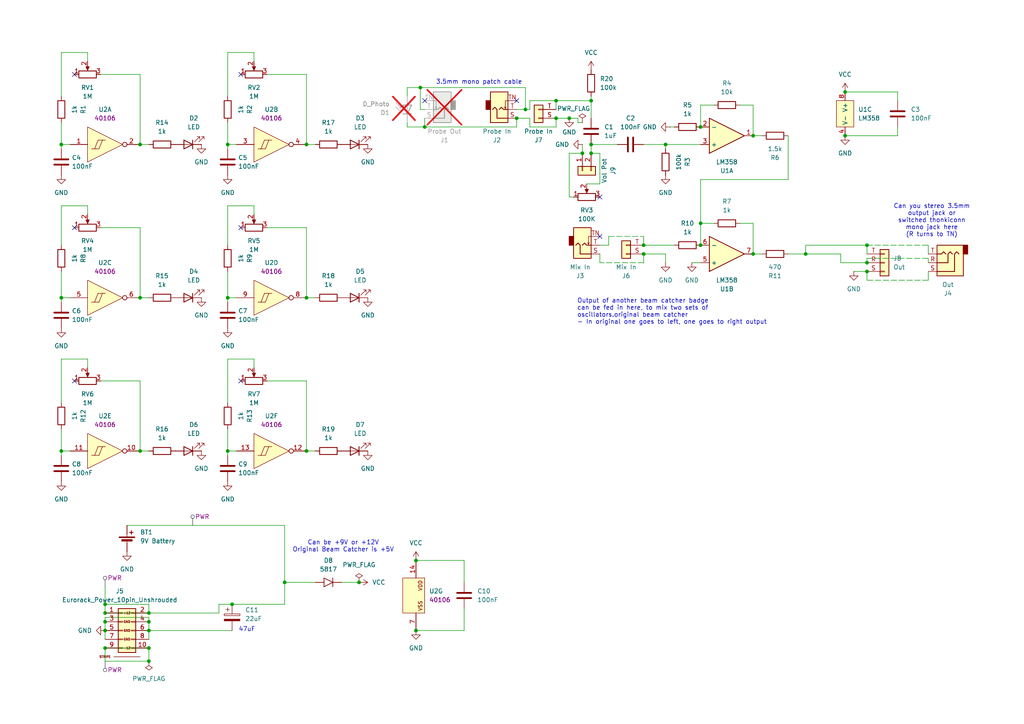
<source format=kicad_sch>
(kicad_sch (version 20250114) (generator "eeschema") (generator_version "9.0")
  (paper "A4")
  (text "Output of another beam catcher badge\ncan be fed in here, to mix two sets of\noscillators.original beam catcher\n- In original one goes to left, one goes to right output" (at 167.386 90.424 0) (effects (font (size 1.27 1.27)) (justify left)))
  (text "47uF" (at 71.628 182.626 0) (effects (font (size 1.27 1.27))))
  (text "Can you stereo 3.5mm\noutput jack or\nswitched thonkiconn\nmono jack here\n(R turns to TN)" (at 270.256 64.008 0) (effects (font (size 1.27 1.27))))
  (text "3.5mm mono patch cable" (at 138.938 23.876 0) (effects (font (size 1.27 1.27))))
  (text "Can be +9V or +12V\nOriginal Beam Catcher is +5V" (at 99.568 158.496 0) (effects (font (size 1.27 1.27))))
  (junction (at 17.78 86.36))
  (junction (at 30.48 182.88))
  (junction (at 120.65 162.56))
  (junction (at 218.44 73.66))
  (junction (at 245.11 39.37))
  (junction (at 245.11 26.67))
  (junction (at 193.04 41.91))
  (junction (at 30.48 177.8))
  (junction (at 203.2 64.77))
  (junction (at 43.18 182.88))
  (junction (at 123.19 36.83))
  (junction (at 66.04 130.81))
  (junction (at 203.2 71.12))
  (junction (at 165.1 34.29))
  (junction (at 149.86 34.29))
  (junction (at 120.65 182.88))
  (junction (at 88.9 86.36))
  (junction (at 17.78 41.91))
  (junction (at 186.69 73.66))
  (junction (at 168.91 44.45))
  (junction (at 171.45 29.21))
  (junction (at 251.46 78.74))
  (junction (at 186.69 71.12))
  (junction (at 88.9 41.91))
  (junction (at 30.48 187.96))
  (junction (at 218.44 39.37))
  (junction (at 67.31 175.26))
  (junction (at 104.14 168.91))
  (junction (at 203.2 36.83))
  (junction (at 161.29 34.29))
  (junction (at 43.18 191.77))
  (junction (at 171.45 41.91))
  (junction (at 161.29 29.21))
  (junction (at 17.78 130.81))
  (junction (at 66.04 86.36))
  (junction (at 40.64 41.91))
  (junction (at 40.64 130.81))
  (junction (at 82.55 168.91))
  (junction (at 251.46 71.12))
  (junction (at 43.18 177.8))
  (junction (at 43.18 187.96))
  (junction (at 121.92 25.4))
  (junction (at 40.64 86.36))
  (junction (at 43.18 180.34))
  (junction (at 88.9 130.81))
  (junction (at 30.48 180.34))
  (junction (at 233.68 73.66))
  (junction (at 171.45 44.45))
  (junction (at 251.46 76.2))
  (junction (at 66.04 41.91))
  (junction (at 30.48 175.26))
  (junction (at 152.4 31.75))
  (no_connect (at 21.59 21.59))
  (no_connect (at 21.59 110.49))
  (no_connect (at 69.85 110.49))
  (no_connect (at 123.19 29.21))
  (no_connect (at 21.59 66.04))
  (no_connect (at 173.99 57.15))
  (no_connect (at 69.85 21.59))
  (no_connect (at 149.86 29.21))
  (no_connect (at 69.85 66.04))
  (no_connect (at 173.99 68.58))
  (wire (pts (xy 66.04 104.14) (xy 66.04 116.84)))
  (wire (pts (xy 17.78 104.14) (xy 17.78 116.84)))
  (wire (pts (xy 152.4 25.4) (xy 152.4 31.75)))
  (wire (pts (xy 152.4 31.75) (xy 153.67 31.75)))
  (wire (pts (xy 149.86 31.75) (xy 152.4 31.75)))
  (wire (pts (xy 82.55 168.91) (xy 82.55 175.26)))
  (wire (pts (xy 251.46 74.93) (xy 269.24 74.93)) (stroke (width 0) (type dash)))
  (wire (pts (xy 121.92 25.4) (xy 152.4 25.4)))
  (wire (pts (xy 186.69 68.58) (xy 186.69 71.12)))
  (wire (pts (xy 73.66 15.24) (xy 66.04 15.24)))
  (wire (pts (xy 251.46 71.12) (xy 269.24 71.12)) (stroke (width 0) (type dash)))
  (wire (pts (xy 251.46 71.12) (xy 233.68 71.12)))
  (wire (pts (xy 228.6 52.07) (xy 203.2 52.07)))
  (wire (pts (xy 186.69 41.91) (xy 193.04 41.91)))
  (wire (pts (xy 43.18 179.07) (xy 43.18 180.34)))
  (wire (pts (xy 17.78 86.36) (xy 17.78 87.63)))
  (wire (pts (xy 29.21 110.49) (xy 40.64 110.49)))
  (wire (pts (xy 123.19 36.83) (xy 123.19 34.29)))
  (wire (pts (xy 30.48 180.34) (xy 30.48 182.88)))
  (wire (pts (xy 171.45 29.21) (xy 171.45 34.29)))
  (wire (pts (xy 66.04 130.81) (xy 68.58 130.81)))
  (wire (pts (xy 176.53 68.58) (xy 186.69 68.58)) (stroke (width 0) (type dash)))
  (wire (pts (xy 171.45 44.45) (xy 173.99 44.45)))
  (wire (pts (xy 247.65 78.74) (xy 251.46 78.74)))
  (wire (pts (xy 186.69 76.2) (xy 173.99 76.2)) (stroke (width 0) (type dash)))
  (wire (pts (xy 203.2 30.48) (xy 207.01 30.48)))
  (wire (pts (xy 214.63 30.48) (xy 218.44 30.48)))
  (wire (pts (xy 99.06 168.91) (xy 104.14 168.91)))
  (wire (pts (xy 118.11 25.4) (xy 118.11 27.94)))
  (wire (pts (xy 67.31 175.26) (xy 63.5 175.26)))
  (wire (pts (xy 220.98 73.66) (xy 218.44 73.66)))
  (wire (pts (xy 73.66 104.14) (xy 66.04 104.14)))
  (wire (pts (xy 193.04 73.66) (xy 186.69 73.66)))
  (wire (pts (xy 121.92 25.4) (xy 118.11 25.4)))
  (wire (pts (xy 17.78 15.24) (xy 17.78 27.94)))
  (wire (pts (xy 17.78 130.81) (xy 20.32 130.81)))
  (wire (pts (xy 88.9 110.49) (xy 88.9 130.81)))
  (wire (pts (xy 88.9 66.04) (xy 88.9 86.36)))
  (wire (pts (xy 153.67 36.83) (xy 161.29 36.83)))
  (wire (pts (xy 243.84 76.2) (xy 251.46 76.2)))
  (wire (pts (xy 251.46 76.2) (xy 251.46 74.93)))
  (wire (pts (xy 200.66 76.2) (xy 203.2 76.2)))
  (wire (pts (xy 25.4 15.24) (xy 17.78 15.24)))
  (wire (pts (xy 203.2 71.12) (xy 203.2 64.77)))
  (wire (pts (xy 43.18 191.77) (xy 30.48 191.77)))
  (wire (pts (xy 269.24 74.93) (xy 269.24 76.2)))
  (wire (pts (xy 118.11 36.83) (xy 123.19 36.83)))
  (wire (pts (xy 218.44 30.48) (xy 218.44 39.37)))
  (wire (pts (xy 153.67 29.21) (xy 161.29 29.21)))
  (wire (pts (xy 269.24 78.74) (xy 269.24 81.28)))
  (wire (pts (xy 66.04 59.69) (xy 66.04 71.12)))
  (wire (pts (xy 251.46 81.28) (xy 251.46 78.74)))
  (wire (pts (xy 149.86 34.29) (xy 149.86 36.83)))
  (wire (pts (xy 36.83 152.4) (xy 82.55 152.4)))
  (wire (pts (xy 168.91 35.56) (xy 167.64 35.56)))
  (wire (pts (xy 25.4 17.78) (xy 25.4 15.24)))
  (wire (pts (xy 66.04 86.36) (xy 66.04 87.63)))
  (wire (pts (xy 66.04 124.46) (xy 66.04 130.81)))
  (wire (pts (xy 121.92 31.75) (xy 121.92 25.4)))
  (wire (pts (xy 73.66 59.69) (xy 66.04 59.69)))
  (wire (pts (xy 203.2 64.77) (xy 207.01 64.77)))
  (wire (pts (xy 220.98 39.37) (xy 218.44 39.37)))
  (wire (pts (xy 43.18 182.88) (xy 43.18 185.42)))
  (wire (pts (xy 245.11 26.67) (xy 260.35 26.67)))
  (wire (pts (xy 66.04 86.36) (xy 68.58 86.36)))
  (wire (pts (xy 171.45 41.91) (xy 179.07 41.91)))
  (wire (pts (xy 30.48 170.18) (xy 30.48 175.26)))
  (wire (pts (xy 73.66 106.68) (xy 73.66 104.14)))
  (wire (pts (xy 77.47 110.49) (xy 88.9 110.49)))
  (wire (pts (xy 77.47 66.04) (xy 88.9 66.04)))
  (wire (pts (xy 167.64 34.29) (xy 165.1 34.29)))
  (wire (pts (xy 30.48 182.88) (xy 30.48 185.42)))
  (wire (pts (xy 118.11 35.56) (xy 118.11 36.83)))
  (wire (pts (xy 73.66 17.78) (xy 73.66 15.24)))
  (wire (pts (xy 134.62 182.88) (xy 134.62 176.53)))
  (wire (pts (xy 43.18 180.34) (xy 43.18 182.88)))
  (wire (pts (xy 165.1 57.15) (xy 165.1 44.45)))
  (wire (pts (xy 25.4 104.14) (xy 17.78 104.14)))
  (wire (pts (xy 193.04 43.18) (xy 193.04 41.91)))
  (wire (pts (xy 165.1 44.45) (xy 168.91 44.45)))
  (wire (pts (xy 149.86 34.29) (xy 153.67 34.29)))
  (wire (pts (xy 168.91 44.45) (xy 168.91 41.91)))
  (wire (pts (xy 30.48 177.8) (xy 43.18 177.8)))
  (wire (pts (xy 40.64 86.36) (xy 43.18 86.36)))
  (wire (pts (xy 260.35 26.67) (xy 260.35 29.21)))
  (wire (pts (xy 88.9 21.59) (xy 88.9 41.91)))
  (wire (pts (xy 17.78 78.74) (xy 17.78 86.36)))
  (wire (pts (xy 161.29 34.29) (xy 165.1 34.29)))
  (wire (pts (xy 17.78 41.91) (xy 17.78 43.18)))
  (wire (pts (xy 186.69 73.66) (xy 186.69 76.2)))
  (wire (pts (xy 153.67 34.29) (xy 153.67 36.83)))
  (wire (pts (xy 194.31 36.83) (xy 195.58 36.83)))
  (wire (pts (xy 161.29 29.21) (xy 161.29 31.75)))
  (wire (pts (xy 17.78 124.46) (xy 17.78 130.81)))
  (wire (pts (xy 29.21 21.59) (xy 40.64 21.59)))
  (wire (pts (xy 40.64 110.49) (xy 40.64 130.81)))
  (wire (pts (xy 153.67 31.75) (xy 153.67 29.21)))
  (wire (pts (xy 77.47 21.59) (xy 88.9 21.59)))
  (wire (pts (xy 17.78 59.69) (xy 17.78 71.12)))
  (wire (pts (xy 149.86 36.83) (xy 123.19 36.83)))
  (wire (pts (xy 173.99 53.34) (xy 170.18 53.34)))
  (wire (pts (xy 243.84 73.66) (xy 243.84 76.2)))
  (wire (pts (xy 43.18 182.88) (xy 67.31 182.88)))
  (wire (pts (xy 171.45 44.45) (xy 171.45 41.91)))
  (wire (pts (xy 88.9 86.36) (xy 91.44 86.36)))
  (wire (pts (xy 30.48 175.26) (xy 43.18 175.26)))
  (wire (pts (xy 193.04 76.2) (xy 193.04 73.66)))
  (wire (pts (xy 66.04 41.91) (xy 66.04 43.18)))
  (wire (pts (xy 40.64 130.81) (xy 43.18 130.81)))
  (wire (pts (xy 88.9 130.81) (xy 91.44 130.81)))
  (wire (pts (xy 161.29 29.21) (xy 171.45 29.21)))
  (wire (pts (xy 30.48 180.34) (xy 30.48 179.07)))
  (wire (pts (xy 40.64 41.91) (xy 43.18 41.91)))
  (wire (pts (xy 260.35 39.37) (xy 245.11 39.37)))
  (wire (pts (xy 233.68 71.12) (xy 233.68 73.66)))
  (wire (pts (xy 17.78 41.91) (xy 20.32 41.91)))
  (wire (pts (xy 66.04 41.91) (xy 68.58 41.91)))
  (wire (pts (xy 30.48 179.07) (xy 43.18 179.07)))
  (wire (pts (xy 25.4 59.69) (xy 17.78 59.69)))
  (wire (pts (xy 203.2 36.83) (xy 203.2 30.48)))
  (wire (pts (xy 25.4 106.68) (xy 25.4 104.14)))
  (wire (pts (xy 43.18 177.8) (xy 63.5 177.8)))
  (wire (pts (xy 269.24 71.12) (xy 269.24 73.66)))
  (wire (pts (xy 91.44 168.91) (xy 82.55 168.91)))
  (wire (pts (xy 218.44 64.77) (xy 218.44 73.66)))
  (wire (pts (xy 173.99 44.45) (xy 173.99 53.34)))
  (wire (pts (xy 173.99 71.12) (xy 176.53 71.12)))
  (wire (pts (xy 233.68 73.66) (xy 243.84 73.66)))
  (wire (pts (xy 66.04 130.81) (xy 66.04 132.08)))
  (wire (pts (xy 269.24 81.28) (xy 251.46 81.28)) (stroke (width 0) (type dash)))
  (wire (pts (xy 73.66 62.23) (xy 73.66 59.69)))
  (wire (pts (xy 203.2 52.07) (xy 203.2 64.77)))
  (wire (pts (xy 67.31 175.26) (xy 82.55 175.26)))
  (wire (pts (xy 228.6 39.37) (xy 228.6 52.07)))
  (wire (pts (xy 193.04 41.91) (xy 203.2 41.91)))
  (wire (pts (xy 30.48 187.96) (xy 43.18 187.96)))
  (wire (pts (xy 120.65 182.88) (xy 134.62 182.88)))
  (wire (pts (xy 25.4 62.23) (xy 25.4 59.69)))
  (wire (pts (xy 260.35 36.83) (xy 260.35 39.37)))
  (wire (pts (xy 176.53 71.12) (xy 176.53 68.58)))
  (wire (pts (xy 251.46 73.66) (xy 251.46 71.12)))
  (wire (pts (xy 161.29 34.29) (xy 161.29 36.83)))
  (wire (pts (xy 166.37 57.15) (xy 165.1 57.15)))
  (wire (pts (xy 214.63 64.77) (xy 218.44 64.77)))
  (wire (pts (xy 66.04 78.74) (xy 66.04 86.36)))
  (wire (pts (xy 66.04 15.24) (xy 66.04 27.94)))
  (wire (pts (xy 123.19 31.75) (xy 121.92 31.75)))
  (wire (pts (xy 66.04 35.56) (xy 66.04 41.91)))
  (wire (pts (xy 134.62 162.56) (xy 134.62 168.91)))
  (wire (pts (xy 17.78 86.36) (xy 20.32 86.36)))
  (wire (pts (xy 17.78 130.81) (xy 17.78 132.08)))
  (wire (pts (xy 43.18 187.96) (xy 43.18 191.77)))
  (wire (pts (xy 40.64 21.59) (xy 40.64 41.91)))
  (wire (pts (xy 167.64 35.56) (xy 167.64 34.29)))
  (wire (pts (xy 30.48 187.96) (xy 30.48 191.77)))
  (wire (pts (xy 29.21 66.04) (xy 40.64 66.04)))
  (wire (pts (xy 120.65 162.56) (xy 134.62 162.56)))
  (wire (pts (xy 82.55 152.4) (xy 82.55 168.91)))
  (wire (pts (xy 30.48 177.8) (xy 30.48 175.26)))
  (wire (pts (xy 228.6 73.66) (xy 233.68 73.66)))
  (wire (pts (xy 171.45 27.94) (xy 171.45 29.21)))
  (wire (pts (xy 186.69 71.12) (xy 195.58 71.12)))
  (wire (pts (xy 63.5 175.26) (xy 63.5 177.8)))
  (wire (pts (xy 88.9 41.91) (xy 91.44 41.91)))
  (wire (pts (xy 17.78 35.56) (xy 17.78 41.91)))
  (wire (pts (xy 173.99 76.2) (xy 173.99 73.66)))
  (wire (pts (xy 40.64 66.04) (xy 40.64 86.36)))
  (wire (pts (xy 43.18 175.26) (xy 43.18 177.8)))
  (netclass_flag "" (length 2.54) (shape round) (at 30.48 191.77 180) (property "Netclass" "PWR" (at 31.1785 194.31 0) (effects (justify left))))
  (netclass_flag "" (length 2.54) (shape round) (at 30.48 170.18 0) (property "Netclass" "PWR" (at 31.1785 167.64 0) (effects (justify left))))
  (netclass_flag "" (length 2.54) (shape round) (at 55.88 152.4 0) (property "Netclass" "PWR" (at 56.5785 149.86 0) (effects (justify left))))
  (symbol (lib_id "Device:R") (at 199.39 71.12 270) (mirror x) (unit 1)
    (property "Reference" "R10" (at 199.39 64.77 90))
    (property "Value" "1k" (at 199.39 67.31 90))
    (property "Footprint" "Resistor_THT:R_Axial_DIN0207_L6.3mm_D2.5mm_P2.54mm_Vertical" (effects (hide yes)))
    (property "Description" "Resistor" (effects (hide yes)))
  )
  (symbol (lib_id "power:GND") (at 17.78 139.7 0) (unit 1)
    (property "Reference" "#PWR021" (effects (hide yes)))
    (property "Value" "GND" (at 17.78 144.78 0))
    (property "Description" "Power symbol creates a global label with name \"GND\" , ground" (effects (hide yes)))
  )
  (symbol (lib_id "Device:C") (at 134.62 172.72 0) (unit 1)
    (property "Reference" "C10" (at 138.43 171.4499 0) (effects (justify left)))
    (property "Value" "100nF" (at 138.43 173.9899 0) (effects (justify left)))
    (property "Footprint" "Library:C_Axial_L3.8mm_D2.6mm_P7.50mm_Horizontal_Disc3DModel" (effects (hide yes)))
    (property "Description" "Unpolarized capacitor" (effects (hide yes)))
    (property "Silkscreen Value" "104" (effects (hide yes)))
  )
  (symbol (lib_id "Device:R_Potentiometer") (at 25.4 66.04 90) (unit 1)
    (property "Reference" "RV4" (at 25.4 69.85 90))
    (property "Value" "1M" (at 25.4 72.39 90))
    (property "Footprint" "Library:Potentiometer_Runtron_RM-065_Vertical_With3DModel" (effects (hide yes)))
    (property "Description" "Potentiometer" (effects (hide yes)))
  )
  (symbol (lib_id "power:+12V") (at 104.14 168.91 270) (unit 1)
    (property "Reference" "#PWR026" (effects (hide yes)))
    (property "Value" "VCC" (at 107.95 168.9099 90) (effects (justify left)))
    (property "Description" "Power symbol creates a global label with name \"+12V\"" (effects (hide yes)))
  )
  (symbol (lib_id "Device:C") (at 17.78 46.99 0) (unit 1)
    (property "Reference" "C4" (at 20.828 45.72 0) (effects (justify left)))
    (property "Value" "100nF" (at 20.828 48.26 0) (effects (justify left)))
    (property "Footprint" "Library:C_Axial_L3.8mm_D2.6mm_P7.50mm_Horizontal_Disc3DModel" (effects (hide yes)))
    (property "Description" "Unpolarized capacitor" (effects (hide yes)))
    (property "Silkscreen Value" "104" (effects (hide yes)))
  )
  (symbol (lib_id "PCM_4ms_IC:CD40106BPWR") (at 30.48 41.91 0) (unit 1)
    (property "Reference" "U2" (at 30.48 31.75 0))
    (property "Value" "CD40106BPWR" (effects (hide yes)))
    (property "Footprint" "Package_DIP:DIP-14_W7.62mm" (effects (hide yes)))
    (property "Datasheet" "https://www.ti.com/lit/ds/symlink/cd40106b.pdf?HQS=dis-mous-null-mousermode-dsf-pf-null-wwe&ts=1624570529286&ref_url=https%253A%252F%252Fwww.mouser.com%252F" (effects (hide yes)))
    (property "Specifications" "CMOS, Hex Inverting Schmitt Trigger, TSSOP-14" (effects (hide yes)))
    (property "Manufacturer" "Texas Instruments" (effects (hide yes)))
    (property "Part Number" "CD40106BPWR" (effects (hide yes)))
    (property "Manufacturer 2" "Texas Instruments" (effects (hide yes)))
    (property "Part Number 2" "CD40106BPWR" (effects (hide yes)))
    (property "Display" "40106" (at 30.48 34.29 0))
    (property "JLCPCB ID" "C58834" (effects (hide yes)))
  )
  (symbol (lib_id "power:VCC") (at 171.45 20.32 0) (unit 1)
    (property "Reference" "#PWR01" (effects (hide yes)))
    (property "Value" "VCC" (at 171.45 15.24 0))
    (property "Description" "Power symbol creates a global label with name \"VCC\"" (effects (hide yes)))
  )
  (symbol (lib_id "PCM_4ms_IC:CD40106BPWR") (at 78.74 130.81 0) (unit 6)
    (property "Reference" "U2" (at 78.74 120.65 0))
    (property "Value" "CD40106BPWR" (effects (hide yes)))
    (property "Footprint" "Package_DIP:DIP-14_W7.62mm" (effects (hide yes)))
    (property "Datasheet" "https://www.ti.com/lit/ds/symlink/cd40106b.pdf?HQS=dis-mous-null-mousermode-dsf-pf-null-wwe&ts=1624570529286&ref_url=https%253A%252F%252Fwww.mouser.com%252F" (effects (hide yes)))
    (property "Specifications" "CMOS, Hex Inverting Schmitt Trigger, TSSOP-14" (effects (hide yes)))
    (property "Manufacturer" "Texas Instruments" (effects (hide yes)))
    (property "Part Number" "CD40106BPWR" (effects (hide yes)))
    (property "Manufacturer 2" "Texas Instruments" (effects (hide yes)))
    (property "Part Number 2" "CD40106BPWR" (effects (hide yes)))
    (property "Display" "40106" (at 78.74 123.19 0))
    (property "JLCPCB ID" "C58834" (effects (hide yes)))
  )
  (symbol (lib_id "Device:R_Potentiometer") (at 25.4 110.49 90) (unit 1)
    (property "Reference" "RV6" (at 25.4 114.3 90))
    (property "Value" "1M" (at 25.4 116.84 90))
    (property "Footprint" "Library:Potentiometer_Runtron_RM-065_Vertical_With3DModel" (effects (hide yes)))
    (property "Description" "Potentiometer" (effects (hide yes)))
  )
  (symbol (lib_id "Device:R_Potentiometer") (at 73.66 66.04 90) (unit 1)
    (property "Reference" "RV5" (at 73.66 69.85 90))
    (property "Value" "1M" (at 73.66 72.39 90))
    (property "Footprint" "Library:Potentiometer_Runtron_RM-065_Vertical_With3DModel" (effects (hide yes)))
    (property "Description" "Potentiometer" (effects (hide yes)))
  )
  (symbol (lib_id "power:GND") (at 58.42 41.91 0) (unit 1)
    (property "Reference" "#PWR05" (effects (hide yes)))
    (property "Value" "GND" (at 58.42 46.99 0))
    (property "Description" "Power symbol creates a global label with name \"GND\" , ground" (effects (hide yes)))
  )
  (symbol (lib_id "Device:LED") (at 102.87 86.36 180) (unit 1)
    (property "Reference" "D5" (at 104.4575 78.74 0))
    (property "Value" "LED" (at 104.4575 81.28 0))
    (property "Footprint" "Library:LED_D5.0mm_Lowered" (effects (hide yes)))
    (property "Description" "Light emitting diode" (effects (hide yes)))
    (property "Sim.Pins" "1=K 2=A" (effects (hide yes)))
  )
  (symbol (lib_id "power:PWR_FLAG") (at 43.18 191.77 180) (unit 1)
    (property "Reference" "#FLG03" (effects (hide yes)))
    (property "Value" "PWR_FLAG" (at 43.18 196.85 0))
    (property "Description" "Special symbol for telling ERC where power comes from" (effects (hide yes)))
  )
  (symbol (lib_id "PCM_4ms_IC:CD40106BPWR") (at 30.48 130.81 0) (unit 5)
    (property "Reference" "U2" (at 30.48 120.65 0))
    (property "Value" "CD40106BPWR" (effects (hide yes)))
    (property "Footprint" "Package_DIP:DIP-14_W7.62mm" (effects (hide yes)))
    (property "Datasheet" "https://www.ti.com/lit/ds/symlink/cd40106b.pdf?HQS=dis-mous-null-mousermode-dsf-pf-null-wwe&ts=1624570529286&ref_url=https%253A%252F%252Fwww.mouser.com%252F" (effects (hide yes)))
    (property "Specifications" "CMOS, Hex Inverting Schmitt Trigger, TSSOP-14" (effects (hide yes)))
    (property "Manufacturer" "Texas Instruments" (effects (hide yes)))
    (property "Part Number" "CD40106BPWR" (effects (hide yes)))
    (property "Manufacturer 2" "Texas Instruments" (effects (hide yes)))
    (property "Part Number 2" "CD40106BPWR" (effects (hide yes)))
    (property "Display" "40106" (at 30.48 123.19 0))
    (property "JLCPCB ID" "C58834" (effects (hide yes)))
  )
  (symbol (lib_id "PCM_4ms_IC:LM358") (at 245.11 33.02 0) (unit 3)
    (property "Reference" "U1" (at 248.92 31.7499 0) (effects (justify left)))
    (property "Value" "LM358" (at 248.92 34.2899 0) (effects (justify left)))
    (property "Footprint" "Package_DIP:DIP-8_W7.62mm" (effects (hide yes)))
    (property "Description" "LM358 Dual Opamp TSSOP-8" (effects (hide yes)))
    (property "Specifications" "LM358 Dual Opamp" (effects (hide yes)))
    (property "JLCPCB ID" "C7951" (effects (hide yes)))
  )
  (symbol (lib_id "Device:R") (at 17.78 74.93 0) (mirror x) (unit 1)
    (property "Reference" "R8" (at 24.13 74.93 90))
    (property "Value" "1k" (at 21.59 74.93 90))
    (property "Footprint" "Resistor_THT:R_Axial_DIN0207_L6.3mm_D2.5mm_P2.54mm_Vertical" (effects (hide yes)))
    (property "Description" "Resistor" (effects (hide yes)))
  )
  (symbol (lib_id "Device:LED") (at 102.87 130.81 180) (unit 1)
    (property "Reference" "D7" (at 104.4575 123.19 0))
    (property "Value" "LED" (at 104.4575 125.73 0))
    (property "Footprint" "Library:LED_D5.0mm_Lowered" (effects (hide yes)))
    (property "Description" "Light emitting diode" (effects (hide yes)))
    (property "Sim.Pins" "1=K 2=A" (effects (hide yes)))
  )
  (symbol (lib_name "Conn_01x02_1") (lib_id "PCM_4ms_Connector:Conn_01x02") (at 168.91 49.53 90) (mirror x) (unit 1)
    (property "Reference" "J9" (at 177.8 49.53 0))
    (property "Value" "Vol Pot" (at 175.26 49.53 0))
    (property "Footprint" "Connector_PinHeader_2.54mm:PinHeader_1x02_P2.54mm_Vertical" (effects (hide yes)))
    (property "Description" "HEADER 1x2 MALE PINS 0.100” 180deg" (effects (hide yes)))
    (property "Specifications" "Pins_01x02, Header, Male Pins, 1*2, spacing 2.54mm, straight pin" (effects (hide yes)))
    (property "Manufacturer" "TAD" (effects (hide yes)))
    (property "Part Number" "1-0201FBV0T" (effects (hide yes)))
  )
  (symbol (lib_id "Device:R") (at 46.99 41.91 90) (unit 1)
    (property "Reference" "R14" (at 46.99 35.56 90))
    (property "Value" "1k" (at 46.99 38.1 90))
    (property "Footprint" "Resistor_THT:R_Axial_DIN0207_L6.3mm_D2.5mm_P2.54mm_Vertical" (effects (hide yes)))
    (property "Description" "Resistor" (effects (hide yes)))
  )
  (symbol (lib_id "PCM_4ms_IC:LM358") (at 210.82 39.37 0) (mirror x) (unit 1)
    (property "Reference" "U1" (at 210.82 49.53 0))
    (property "Value" "LM358" (at 210.82 46.99 0))
    (property "Footprint" "Package_DIP:DIP-8_W7.62mm" (effects (hide yes)))
    (property "Description" "LM358 Dual Opamp TSSOP-8" (effects (hide yes)))
    (property "Specifications" "LM358 Dual Opamp" (effects (hide yes)))
    (property "JLCPCB ID" "C7951" (effects (hide yes)))
  )
  (symbol (lib_id "Connector_Audio:AudioJack2_SwitchT") (at 168.91 71.12 0) (mirror x) (unit 1)
    (property "Reference" "J3" (at 168.275 80.01 0))
    (property "Value" "Mix In" (at 168.275 77.47 0))
    (property "Footprint" "Library:EighthInch_PJ398SM_Silkscreen_Courtyard_Only" (effects (hide yes)))
    (property "Description" "Audio Jack, 2 Poles (Mono / TS), Switched T Pole (Normalling)" (effects (hide yes)))
  )
  (symbol (lib_id "power:GND") (at 66.04 50.8 0) (unit 1)
    (property "Reference" "#PWR09" (effects (hide yes)))
    (property "Value" "GND" (at 66.04 55.88 0))
    (property "Description" "Power symbol creates a global label with name \"GND\" , ground" (effects (hide yes)))
  )
  (symbol (lib_id "Device:C") (at 260.35 33.02 0) (unit 1)
    (property "Reference" "C3" (at 264.16 31.7499 0) (effects (justify left)))
    (property "Value" "100nF" (at 264.16 34.2899 0) (effects (justify left)))
    (property "Footprint" "Library:C_Axial_L3.8mm_D2.6mm_P7.50mm_Horizontal_Disc3DModel" (effects (hide yes)))
    (property "Description" "Unpolarized capacitor" (effects (hide yes)))
    (property "Silkscreen Value" "104" (effects (hide yes)))
  )
  (symbol (lib_id "Device:R") (at 171.45 24.13 180) (unit 1)
    (property "Reference" "R20" (at 173.99 22.8599 0) (effects (justify right)))
    (property "Value" "100k" (at 173.99 25.3999 0) (effects (justify right)))
    (property "Footprint" "Resistor_THT:R_Axial_DIN0207_L6.3mm_D2.5mm_P2.54mm_Vertical" (effects (hide yes)))
    (property "Description" "Resistor" (effects (hide yes)))
  )
  (symbol (lib_id "PCM_4ms_Connector:Conn_01x02") (at 181.61 71.12 0) (mirror y) (unit 1)
    (property "Reference" "J6" (at 181.61 80.01 0))
    (property "Value" "Mix In" (at 181.61 77.47 0))
    (property "Footprint" "Connector_PinHeader_2.54mm:PinHeader_1x02_P2.54mm_Vertical" (effects (hide yes)))
    (property "Description" "HEADER 1x2 MALE PINS 0.100” 180deg" (effects (hide yes)))
    (property "Specifications" "Pins_01x02, Header, Male Pins, 1*2, spacing 2.54mm, straight pin" (effects (hide yes)))
    (property "Manufacturer" "TAD" (effects (hide yes)))
    (property "Part Number" "1-0201FBV0T" (effects (hide yes)))
  )
  (symbol (lib_id "Device:R_Potentiometer") (at 73.66 110.49 90) (unit 1)
    (property "Reference" "RV7" (at 73.66 114.3 90))
    (property "Value" "1M" (at 73.66 116.84 90))
    (property "Footprint" "Library:Potentiometer_Runtron_RM-065_Vertical_With3DModel" (effects (hide yes)))
    (property "Description" "Potentiometer" (effects (hide yes)))
  )
  (symbol (lib_id "Device:R") (at 66.04 31.75 0) (mirror x) (unit 1)
    (property "Reference" "R2" (at 72.39 31.75 90))
    (property "Value" "1k" (at 69.85 31.75 90))
    (property "Footprint" "Resistor_THT:R_Axial_DIN0207_L6.3mm_D2.5mm_P2.54mm_Vertical" (effects (hide yes)))
    (property "Description" "Resistor" (effects (hide yes)))
  )
  (symbol (lib_id "Device:R") (at 17.78 120.65 0) (mirror x) (unit 1)
    (property "Reference" "R12" (at 24.13 120.65 90))
    (property "Value" "1k" (at 21.59 120.65 90))
    (property "Footprint" "Resistor_THT:R_Axial_DIN0207_L6.3mm_D2.5mm_P2.54mm_Vertical" (effects (hide yes)))
    (property "Description" "Resistor" (effects (hide yes)))
  )
  (symbol (lib_id "Device:R") (at 199.39 36.83 270) (mirror x) (unit 1)
    (property "Reference" "R5" (at 199.39 30.48 90))
    (property "Value" "1k" (at 199.39 33.02 90))
    (property "Footprint" "Resistor_THT:R_Axial_DIN0207_L6.3mm_D2.5mm_P2.54mm_Vertical" (effects (hide yes)))
    (property "Description" "Resistor" (effects (hide yes)))
  )
  (symbol (lib_id "PCM_4ms_Connector:Conn_01x03") (at 256.54 76.2 0) (unit 1)
    (property "Reference" "J8" (at 259.08 74.9299 0) (effects (justify left)))
    (property "Value" "Out" (at 259.08 77.4699 0) (effects (justify left)))
    (property "Footprint" "Connector_PinHeader_2.54mm:PinHeader_1x03_P2.54mm_Vertical" (effects (hide yes)))
    (property "Description" "HEADER 1x3 MALE PINS 0.100” 180deg" (effects (hide yes)))
    (property "Specifications" "HEADER 1x3 MALE PINS 0.100” 180deg" (effects (hide yes)))
    (property "Manufacturer" "TAD" (effects (hide yes)))
    (property "Part Number" "1-0301FBV0T" (effects (hide yes)))
  )
  (symbol (lib_id "power:+12V") (at 120.65 162.56 0) (unit 1)
    (property "Reference" "#PWR020" (effects (hide yes)))
    (property "Value" "VCC" (at 120.65 157.48 0))
    (property "Description" "Power symbol creates a global label with name \"+12V\"" (effects (hide yes)))
  )
  (symbol (lib_id "Device:R_Potentiometer") (at 73.66 21.59 90) (unit 1)
    (property "Reference" "RV2" (at 73.66 25.4 90))
    (property "Value" "1M" (at 73.66 27.94 90))
    (property "Footprint" "Library:Potentiometer_Runtron_RM-065_Vertical_With3DModel" (effects (hide yes)))
    (property "Description" "Potentiometer" (effects (hide yes)))
  )
  (symbol (lib_id "PCM_4ms_IC:LM358") (at 210.82 73.66 0) (mirror x) (unit 2)
    (property "Reference" "U1" (at 210.82 83.82 0))
    (property "Value" "LM358" (at 210.82 81.28 0))
    (property "Footprint" "Package_DIP:DIP-8_W7.62mm" (effects (hide yes)))
    (property "Description" "LM358 Dual Opamp TSSOP-8" (effects (hide yes)))
    (property "Specifications" "LM358 Dual Opamp" (effects (hide yes)))
    (property "JLCPCB ID" "C7951" (effects (hide yes)))
  )
  (symbol (lib_id "power:GND") (at 194.31 36.83 270) (unit 1)
    (property "Reference" "#PWR03" (effects (hide yes)))
    (property "Value" "GND" (at 190.5 36.8299 90) (effects (justify right)))
    (property "Description" "Power symbol creates a global label with name \"GND\" , ground" (effects (hide yes)))
  )
  (symbol (lib_id "Device:C") (at 182.88 41.91 90) (unit 1)
    (property "Reference" "C2" (at 182.88 34.29 90))
    (property "Value" "100nF" (at 182.88 36.83 90))
    (property "Footprint" "Library:C_Axial_L3.8mm_D2.6mm_P7.50mm_Horizontal_Disc3DModel" (effects (hide yes)))
    (property "Description" "Unpolarized capacitor" (effects (hide yes)))
    (property "Silkscreen Value" "104" (effects (hide yes)))
  )
  (symbol (lib_id "power:GND") (at 120.65 182.88 0) (unit 1)
    (property "Reference" "#PWR024" (effects (hide yes)))
    (property "Value" "GND" (at 120.65 187.96 0))
    (property "Description" "Power symbol creates a global label with name \"GND\" , ground" (effects (hide yes)))
  )
  (symbol (lib_id "Device:R") (at 17.78 31.75 0) (mirror x) (unit 1)
    (property "Reference" "R1" (at 24.13 31.75 90))
    (property "Value" "1k" (at 21.59 31.75 90))
    (property "Footprint" "Resistor_THT:R_Axial_DIN0207_L6.3mm_D2.5mm_P2.54mm_Vertical" (effects (hide yes)))
    (property "Description" "Resistor" (effects (hide yes)))
  )
  (symbol (lib_id "Device:R") (at 210.82 64.77 90) (unit 1)
    (property "Reference" "R7" (at 210.82 58.42 90))
    (property "Value" "1k" (at 210.82 60.96 90))
    (property "Footprint" "Resistor_THT:R_Axial_DIN0207_L6.3mm_D2.5mm_P2.54mm_Vertical" (effects (hide yes)))
    (property "Description" "Resistor" (effects (hide yes)))
  )
  (symbol (lib_id "Connector_Audio:AudioJack2_SwitchT") (at 128.27 31.75 180) (unit 1) (on_board no) (dnp yes)
    (property "Reference" "J1" (at 128.905 40.64 0))
    (property "Value" "Probe Out" (at 128.905 38.1 0))
    (property "Description" "Audio Jack, 2 Poles (Mono / TS), Switched T Pole (Normalling)" (effects (hide yes)))
  )
  (symbol (lib_id "power:GND") (at 30.48 182.88 270) (unit 1)
    (property "Reference" "#PWR027" (effects (hide yes)))
    (property "Value" "GND" (at 26.67 182.8799 90) (effects (justify right)))
    (property "Description" "Power symbol creates a global label with name \"GND\" , ground" (effects (hide yes)))
  )
  (symbol (lib_id "Device:R") (at 46.99 130.81 90) (unit 1)
    (property "Reference" "R16" (at 46.99 124.46 90))
    (property "Value" "1k" (at 46.99 127 90))
    (property "Footprint" "Resistor_THT:R_Axial_DIN0207_L6.3mm_D2.5mm_P2.54mm_Vertical" (effects (hide yes)))
    (property "Description" "Resistor" (effects (hide yes)))
  )
  (symbol (lib_id "power:GND") (at 58.42 86.36 0) (unit 1)
    (property "Reference" "#PWR014" (effects (hide yes)))
    (property "Value" "GND" (at 58.42 91.44 0))
    (property "Description" "Power symbol creates a global label with name \"GND\" , ground" (effects (hide yes)))
  )
  (symbol (lib_id "power:GND") (at 66.04 139.7 0) (unit 1)
    (property "Reference" "#PWR022" (effects (hide yes)))
    (property "Value" "GND" (at 66.04 144.78 0))
    (property "Description" "Power symbol creates a global label with name \"GND\" , ground" (effects (hide yes)))
  )
  (symbol (lib_id "Connector_Audio:AudioJack2_SwitchT") (at 144.78 31.75 0) (mirror x) (unit 1)
    (property "Reference" "J2" (at 144.145 40.64 0))
    (property "Value" "Probe In" (at 144.145 38.1 0))
    (property "Footprint" "Library:EighthInch_PJ398SM_Silkscreen_Courtyard_Only" (effects (hide yes)))
    (property "Description" "Audio Jack, 2 Poles (Mono / TS), Switched T Pole (Normalling)" (effects (hide yes)))
  )
  (symbol (lib_id "Device:C_Polarized") (at 67.31 179.07 0) (unit 1)
    (property "Reference" "C11" (at 71.12 176.9109 0) (effects (justify left)))
    (property "Value" "22uF" (at 71.12 179.4509 0) (effects (justify left)))
    (property "Footprint" "Capacitor_THT:CP_Radial_D5.0mm_P2.50mm" (effects (hide yes)))
    (property "Description" "Polarized capacitor" (effects (hide yes)))
  )
  (symbol (lib_id "Device:R") (at 66.04 74.93 0) (mirror x) (unit 1)
    (property "Reference" "R9" (at 72.39 74.93 90))
    (property "Value" "1k" (at 69.85 74.93 90))
    (property "Footprint" "Resistor_THT:R_Axial_DIN0207_L6.3mm_D2.5mm_P2.54mm_Vertical" (effects (hide yes)))
    (property "Description" "Resistor" (effects (hide yes)))
  )
  (symbol (lib_id "power:GND") (at 106.68 41.91 0) (unit 1)
    (property "Reference" "#PWR06" (effects (hide yes)))
    (property "Value" "GND" (at 106.68 46.99 0))
    (property "Description" "Power symbol creates a global label with name \"GND\" , ground" (effects (hide yes)))
  )
  (symbol (lib_id "Device:R") (at 95.25 86.36 90) (unit 1)
    (property "Reference" "R18" (at 95.25 80.01 90))
    (property "Value" "1k" (at 95.25 82.55 90))
    (property "Footprint" "Resistor_THT:R_Axial_DIN0207_L6.3mm_D2.5mm_P2.54mm_Vertical" (effects (hide yes)))
    (property "Description" "Resistor" (effects (hide yes)))
  )
  (symbol (lib_id "power:GND") (at 58.42 130.81 0) (unit 1)
    (property "Reference" "#PWR018" (effects (hide yes)))
    (property "Value" "GND" (at 58.42 135.89 0))
    (property "Description" "Power symbol creates a global label with name \"GND\" , ground" (effects (hide yes)))
  )
  (symbol (lib_id "power:GND") (at 17.78 95.25 0) (unit 1)
    (property "Reference" "#PWR016" (effects (hide yes)))
    (property "Value" "GND" (at 17.78 100.33 0))
    (property "Description" "Power symbol creates a global label with name \"GND\" , ground" (effects (hide yes)))
  )
  (symbol (lib_id "power:GND") (at 165.1 34.29 0) (unit 1)
    (property "Reference" "#PWR02" (effects (hide yes)))
    (property "Value" "GND" (at 165.1 38.354 0))
    (property "Description" "Power symbol creates a global label with name \"GND\" , ground" (effects (hide yes)))
  )
  (symbol (lib_id "Device:R") (at 95.25 41.91 90) (unit 1)
    (property "Reference" "R17" (at 95.25 35.56 90))
    (property "Value" "1k" (at 95.25 38.1 90))
    (property "Footprint" "Resistor_THT:R_Axial_DIN0207_L6.3mm_D2.5mm_P2.54mm_Vertical" (effects (hide yes)))
    (property "Description" "Resistor" (effects (hide yes)))
  )
  (symbol (lib_id "PCM_4ms_IC:CD40106BPWR") (at 78.74 86.36 0) (unit 4)
    (property "Reference" "U2" (at 78.74 76.2 0))
    (property "Value" "CD40106BPWR" (effects (hide yes)))
    (property "Footprint" "Package_DIP:DIP-14_W7.62mm" (effects (hide yes)))
    (property "Datasheet" "https://www.ti.com/lit/ds/symlink/cd40106b.pdf?HQS=dis-mous-null-mousermode-dsf-pf-null-wwe&ts=1624570529286&ref_url=https%253A%252F%252Fwww.mouser.com%252F" (effects (hide yes)))
    (property "Specifications" "CMOS, Hex Inverting Schmitt Trigger, TSSOP-14" (effects (hide yes)))
    (property "Manufacturer" "Texas Instruments" (effects (hide yes)))
    (property "Part Number" "CD40106BPWR" (effects (hide yes)))
    (property "Manufacturer 2" "Texas Instruments" (effects (hide yes)))
    (property "Part Number 2" "CD40106BPWR" (effects (hide yes)))
    (property "Display" "40106" (at 78.74 78.74 0))
    (property "JLCPCB ID" "C58834" (effects (hide yes)))
  )
  (symbol (lib_id "Device:R") (at 224.79 39.37 90) (mirror x) (unit 1)
    (property "Reference" "R6" (at 224.79 45.72 90))
    (property "Value" "1.5k" (at 224.79 43.18 90))
    (property "Footprint" "Resistor_THT:R_Axial_DIN0207_L6.3mm_D2.5mm_P2.54mm_Vertical" (effects (hide yes)))
    (property "Description" "Resistor" (effects (hide yes)))
  )
  (symbol (lib_id "power:GND") (at 17.78 50.8 0) (unit 1)
    (property "Reference" "#PWR08" (effects (hide yes)))
    (property "Value" "GND" (at 17.78 55.88 0))
    (property "Description" "Power symbol creates a global label with name \"GND\" , ground" (effects (hide yes)))
  )
  (symbol (lib_id "Device:C") (at 66.04 46.99 0) (unit 1)
    (property "Reference" "C5" (at 69.088 45.72 0) (effects (justify left)))
    (property "Value" "100nF" (at 69.088 48.26 0) (effects (justify left)))
    (property "Footprint" "Library:C_Axial_L3.8mm_D2.6mm_P7.50mm_Horizontal_Disc3DModel" (effects (hide yes)))
    (property "Description" "Unpolarized capacitor" (effects (hide yes)))
    (property "Silkscreen Value" "104" (effects (hide yes)))
  )
  (symbol (lib_id "Device:C") (at 66.04 135.89 0) (unit 1)
    (property "Reference" "C9" (at 69.088 134.62 0) (effects (justify left)))
    (property "Value" "100nF" (at 69.088 137.16 0) (effects (justify left)))
    (property "Footprint" "Library:C_Axial_L3.8mm_D2.6mm_P7.50mm_Horizontal_Disc3DModel" (effects (hide yes)))
    (property "Description" "Unpolarized capacitor" (effects (hide yes)))
    (property "Silkscreen Value" "104" (effects (hide yes)))
  )
  (symbol (lib_id "Device:Battery_Cell") (at 36.83 157.48 0) (unit 1)
    (property "Reference" "BT1" (at 40.64 154.3684 0) (effects (justify left)))
    (property "Value" "9V Battery" (at 40.64 156.9084 0) (effects (justify left)))
    (property "Footprint" "Connector_PinHeader_2.54mm:PinHeader_1x02_P2.54mm_Vertical" (effects (hide yes)))
    (property "Description" "Single-cell battery" (effects (hide yes)))
  )
  (symbol (lib_id "Device:R") (at 224.79 73.66 90) (mirror x) (unit 1)
    (property "Reference" "R11" (at 224.79 80.01 90))
    (property "Value" "470" (at 224.79 77.47 90))
    (property "Footprint" "Resistor_THT:R_Axial_DIN0207_L6.3mm_D2.5mm_P2.54mm_Vertical" (effects (hide yes)))
    (property "Description" "Resistor" (effects (hide yes)))
  )
  (symbol (lib_id "Device:R_Potentiometer") (at 170.18 57.15 90) (unit 1)
    (property "Reference" "RV3" (at 170.18 60.96 90))
    (property "Value" "100K" (at 170.18 63.5 90))
    (property "Footprint" "Library:Pot_9mm_DShaft_Silkscreen_Courtyard_Only" (effects (hide yes)))
    (property "Description" "Vol Pot" (effects (hide yes)))
  )
  (symbol (lib_id "Device:R") (at 46.99 86.36 90) (unit 1)
    (property "Reference" "R15" (at 46.99 80.01 90))
    (property "Value" "1k" (at 46.99 82.55 90))
    (property "Footprint" "Resistor_THT:R_Axial_DIN0207_L6.3mm_D2.5mm_P2.54mm_Vertical" (effects (hide yes)))
    (property "Description" "Resistor" (effects (hide yes)))
  )
  (symbol (lib_id "Device:LED") (at 54.61 41.91 180) (unit 1)
    (property "Reference" "D2" (at 56.1975 34.29 0))
    (property "Value" "LED" (at 56.1975 36.83 0))
    (property "Footprint" "Library:LED_D5.0mm_Lowered" (effects (hide yes)))
    (property "Description" "Light emitting diode" (effects (hide yes)))
    (property "Sim.Pins" "1=K 2=A" (effects (hide yes)))
  )
  (symbol (lib_id "power:GND") (at 200.66 76.2 0) (unit 1)
    (property "Reference" "#PWR012" (effects (hide yes)))
    (property "Value" "GND" (at 200.66 81.28 0))
    (property "Description" "Power symbol creates a global label with name \"GND\" , ground" (effects (hide yes)))
  )
  (symbol (lib_id "Device:C") (at 66.04 91.44 0) (unit 1)
    (property "Reference" "C7" (at 69.088 90.17 0) (effects (justify left)))
    (property "Value" "100nF" (at 69.088 92.71 0) (effects (justify left)))
    (property "Footprint" "Library:C_Axial_L3.8mm_D2.6mm_P7.50mm_Horizontal_Disc3DModel" (effects (hide yes)))
    (property "Description" "Unpolarized capacitor" (effects (hide yes)))
    (property "Silkscreen Value" "104" (effects (hide yes)))
  )
  (symbol (lib_id "power:GND") (at 245.11 39.37 0) (unit 1)
    (property "Reference" "#PWR010" (effects (hide yes)))
    (property "Value" "GND" (at 245.11 44.45 0))
    (property "Description" "Power symbol creates a global label with name \"GND\" , ground" (effects (hide yes)))
  )
  (symbol (lib_id "power:GND") (at 193.04 76.2 0) (unit 1)
    (property "Reference" "#PWR011" (effects (hide yes)))
    (property "Value" "GND" (at 193.04 81.28 0))
    (property "Description" "Power symbol creates a global label with name \"GND\" , ground" (effects (hide yes)))
  )
  (symbol (lib_id "PCM_4ms_IC:CD40106BPWR") (at 30.48 86.36 0) (unit 3)
    (property "Reference" "U2" (at 30.48 76.2 0))
    (property "Value" "CD40106BPWR" (effects (hide yes)))
    (property "Footprint" "Package_DIP:DIP-14_W7.62mm" (effects (hide yes)))
    (property "Datasheet" "https://www.ti.com/lit/ds/symlink/cd40106b.pdf?HQS=dis-mous-null-mousermode-dsf-pf-null-wwe&ts=1624570529286&ref_url=https%253A%252F%252Fwww.mouser.com%252F" (effects (hide yes)))
    (property "Specifications" "CMOS, Hex Inverting Schmitt Trigger, TSSOP-14" (effects (hide yes)))
    (property "Manufacturer" "Texas Instruments" (effects (hide yes)))
    (property "Part Number" "CD40106BPWR" (effects (hide yes)))
    (property "Manufacturer 2" "Texas Instruments" (effects (hide yes)))
    (property "Part Number 2" "CD40106BPWR" (effects (hide yes)))
    (property "Display" "40106" (at 30.48 78.74 0))
    (property "JLCPCB ID" "C58834" (effects (hide yes)))
  )
  (symbol (lib_id "Device:C") (at 17.78 91.44 0) (unit 1)
    (property "Reference" "C6" (at 20.828 90.17 0) (effects (justify left)))
    (property "Value" "100nF" (at 20.828 92.71 0) (effects (justify left)))
    (property "Footprint" "Library:C_Axial_L3.8mm_D2.6mm_P7.50mm_Horizontal_Disc3DModel" (effects (hide yes)))
    (property "Description" "Unpolarized capacitor" (effects (hide yes)))
    (property "Silkscreen Value" "104" (effects (hide yes)))
  )
  (symbol (lib_id "PCM_4ms_Diode:D_Generic") (at 95.25 168.91 180) (unit 1)
    (property "Reference" "D8" (at 95.25 162.56 0))
    (property "Value" "5817" (at 95.25 165.1 0))
    (property "Footprint" "Diode_THT:D_DO-41_SOD81_P10.16mm_Horizontal" (effects (hide yes)))
    (property "Description" "Diode 1N5817" (effects (hide yes)))
  )
  (symbol (lib_id "power:PWR_FLAG") (at 104.14 168.91 0) (unit 1)
    (property "Reference" "#FLG02" (effects (hide yes)))
    (property "Value" "PWR_FLAG" (at 104.14 163.83 0))
    (property "Description" "Special symbol for telling ERC where power comes from" (effects (hide yes)))
  )
  (symbol (lib_id "power:PWR_FLAG") (at 168.91 35.56 0) (unit 1)
    (property "Reference" "#FLG04" (effects (hide yes)))
    (property "Value" "PWR_FLAG" (at 166.37 31.496 0))
    (property "Description" "Special symbol for telling ERC where power comes from" (effects (hide yes)))
  )
  (symbol (lib_id "PCM_4ms_Connector:Conn_01x02") (at 156.21 31.75 0) (mirror y) (unit 1)
    (property "Reference" "J7" (at 156.21 40.64 0))
    (property "Value" "Probe In" (at 156.21 38.1 0))
    (property "Footprint" "Connector_PinHeader_2.54mm:PinHeader_1x02_P2.54mm_Vertical" (effects (hide yes)))
    (property "Description" "HEADER 1x2 MALE PINS 0.100” 180deg" (effects (hide yes)))
    (property "Specifications" "Pins_01x02, Header, Male Pins, 1*2, spacing 2.54mm, straight pin" (effects (hide yes)))
    (property "Manufacturer" "TAD" (effects (hide yes)))
    (property "Part Number" "1-0201FBV0T" (effects (hide yes)))
  )
  (symbol (lib_id "power:GND") (at 66.04 95.25 0) (unit 1)
    (property "Reference" "#PWR017" (effects (hide yes)))
    (property "Value" "GND" (at 66.04 100.33 0))
    (property "Description" "Power symbol creates a global label with name \"GND\" , ground" (effects (hide yes)))
  )
  (symbol (lib_id "PCM_4ms_IC:CD40106BPWR") (at 78.74 41.91 0) (unit 2)
    (property "Reference" "U2" (at 78.74 31.75 0))
    (property "Value" "CD40106BPWR" (effects (hide yes)))
    (property "Footprint" "Package_DIP:DIP-14_W7.62mm" (effects (hide yes)))
    (property "Datasheet" "https://www.ti.com/lit/ds/symlink/cd40106b.pdf?HQS=dis-mous-null-mousermode-dsf-pf-null-wwe&ts=1624570529286&ref_url=https%253A%252F%252Fwww.mouser.com%252F" (effects (hide yes)))
    (property "Specifications" "CMOS, Hex Inverting Schmitt Trigger, TSSOP-14" (effects (hide yes)))
    (property "Manufacturer" "Texas Instruments" (effects (hide yes)))
    (property "Part Number" "CD40106BPWR" (effects (hide yes)))
    (property "Manufacturer 2" "Texas Instruments" (effects (hide yes)))
    (property "Part Number 2" "CD40106BPWR" (effects (hide yes)))
    (property "Display" "40106" (at 78.74 34.29 0))
    (property "JLCPCB ID" "C58834" (effects (hide yes)))
  )
  (symbol (lib_id "power:GND") (at 106.68 86.36 0) (unit 1)
    (property "Reference" "#PWR015" (effects (hide yes)))
    (property "Value" "GND" (at 106.68 91.44 0))
    (property "Description" "Power symbol creates a global label with name \"GND\" , ground" (effects (hide yes)))
  )
  (symbol (lib_id "Device:D_Photo") (at 118.11 30.48 90) (unit 1) (on_board no) (dnp yes)
    (property "Reference" "D1" (at 113.03 32.7026 90) (effects (justify left)))
    (property "Value" "D_Photo" (at 113.03 30.1626 90) (effects (justify left)))
    (property "Description" "Photodiode" (effects (hide yes)))
  )
  (symbol (lib_id "Device:LED") (at 54.61 86.36 180) (unit 1)
    (property "Reference" "D4" (at 56.1975 78.74 0))
    (property "Value" "LED" (at 56.1975 81.28 0))
    (property "Footprint" "Library:LED_D5.0mm_Lowered" (effects (hide yes)))
    (property "Description" "Light emitting diode" (effects (hide yes)))
    (property "Sim.Pins" "1=K 2=A" (effects (hide yes)))
  )
  (symbol (lib_id "Connector_Audio:AudioJack3") (at 274.32 76.2 180) (unit 1)
    (property "Reference" "J4" (at 274.955 85.09 0))
    (property "Value" "Out" (at 274.955 82.55 0))
    (property "Footprint" "Library:EighthInch_PJ398SM_Silkscreen_Courtyard_Only" (effects (hide yes)))
    (property "Description" "Audio Jack, 3 Poles (Stereo / TRS)" (effects (hide yes)))
  )
  (symbol (lib_id "Device:R") (at 95.25 130.81 90) (unit 1)
    (property "Reference" "R19" (at 95.25 124.46 90))
    (property "Value" "1k" (at 95.25 127 90))
    (property "Footprint" "Resistor_THT:R_Axial_DIN0207_L6.3mm_D2.5mm_P2.54mm_Vertical" (effects (hide yes)))
    (property "Description" "Resistor" (effects (hide yes)))
  )
  (symbol (lib_id "Device:LED") (at 54.61 130.81 180) (unit 1)
    (property "Reference" "D6" (at 56.1975 123.19 0))
    (property "Value" "LED" (at 56.1975 125.73 0))
    (property "Footprint" "Library:LED_D5.0mm_Lowered" (effects (hide yes)))
    (property "Description" "Light emitting diode" (effects (hide yes)))
    (property "Sim.Pins" "1=K 2=A" (effects (hide yes)))
  )
  (symbol (lib_id "power:GND") (at 193.04 50.8 0) (unit 1)
    (property "Reference" "#PWR023" (effects (hide yes)))
    (property "Value" "GND" (at 193.04 55.88 0))
    (property "Description" "Power symbol creates a global label with name \"GND\" , ground" (effects (hide yes)))
  )
  (symbol (lib_id "Device:LED") (at 102.87 41.91 180) (unit 1)
    (property "Reference" "D3" (at 104.4575 34.29 0))
    (property "Value" "LED" (at 104.4575 36.83 0))
    (property "Footprint" "Library:LED_D5.0mm_Lowered" (effects (hide yes)))
    (property "Description" "Light emitting diode" (effects (hide yes)))
    (property "Sim.Pins" "1=K 2=A" (effects (hide yes)))
  )
  (symbol (lib_id "PCM_4ms_IC:CD40106BPWR") (at 120.65 172.72 270) (unit 7)
    (property "Reference" "U2" (at 124.46 171.4499 90) (effects (justify left)))
    (property "Value" "CD40106BPWR" (effects (hide yes)))
    (property "Footprint" "Package_DIP:DIP-14_W7.62mm" (effects (hide yes)))
    (property "Datasheet" "https://www.ti.com/lit/ds/symlink/cd40106b.pdf?HQS=dis-mous-null-mousermode-dsf-pf-null-wwe&ts=1624570529286&ref_url=https%253A%252F%252Fwww.mouser.com%252F" (effects (hide yes)))
    (property "Specifications" "CMOS, Hex Inverting Schmitt Trigger, TSSOP-14" (effects (hide yes)))
    (property "Manufacturer" "Texas Instruments" (effects (hide yes)))
    (property "Part Number" "CD40106BPWR" (effects (hide yes)))
    (property "Manufacturer 2" "Texas Instruments" (effects (hide yes)))
    (property "Part Number 2" "CD40106BPWR" (effects (hide yes)))
    (property "Display" "40106" (at 124.46 173.9899 90) (effects (justify left)))
    (property "JLCPCB ID" "C58834" (effects (hide yes)))
  )
  (symbol (lib_id "power:GND") (at 247.65 78.74 0) (unit 1)
    (property "Reference" "#PWR013" (effects (hide yes)))
    (property "Value" "GND" (at 247.65 83.82 0))
    (property "Description" "Power symbol creates a global label with name \"GND\" , ground" (effects (hide yes)))
  )
  (symbol (lib_id "power:GND") (at 36.83 160.02 0) (unit 1)
    (property "Reference" "#PWR025" (effects (hide yes)))
    (property "Value" "GND" (at 36.83 165.1 0))
    (property "Description" "Power symbol creates a global label with name \"GND\" , ground" (effects (hide yes)))
  )
  (symbol (lib_id "power:GND") (at 106.68 130.81 0) (unit 1)
    (property "Reference" "#PWR019" (effects (hide yes)))
    (property "Value" "GND" (at 106.68 135.89 0))
    (property "Description" "Power symbol creates a global label with name \"GND\" , ground" (effects (hide yes)))
  )
  (symbol (lib_id "PCM_4ms_Connector:Eurorack_Power_10pin_Unshrouded") (at 36.83 179.07 0) (unit 1)
    (property "Reference" "J5" (at 34.7233 171.45 0))
    (property "Value" "Eurorack_Power_10pin_Unshrouded" (at 34.7233 173.99 0))
    (property "Footprint" "Library:IDC-Header_2x05_P2.54mm_Vertical_Euro_Power_Striped_ThickerText" (effects (hide yes)))
    (property "Description" "HEADER 2x5 MALE PINS 0.100” 180deg" (effects (hide yes)))
    (property "Specifications" "HEADER 2x5 MALE PINS 0.100” 180deg" (effects (hide yes)))
    (property "Manufacturer" "TAD" (effects (hide yes)))
    (property "Part Number" "1-1002FBV0T" (effects (hide yes)))
  )
  (symbol (lib_id "power:+12V") (at 245.11 26.67 0) (unit 1)
    (property "Reference" "#PWR04" (effects (hide yes)))
    (property "Value" "VCC" (at 245.11 21.59 0))
    (property "Description" "Power symbol creates a global label with name \"+12V\"" (effects (hide yes)))
  )
  (symbol (lib_id "Device:R") (at 66.04 120.65 0) (mirror x) (unit 1)
    (property "Reference" "R13" (at 72.39 120.65 90))
    (property "Value" "1k" (at 69.85 120.65 90))
    (property "Footprint" "Resistor_THT:R_Axial_DIN0207_L6.3mm_D2.5mm_P2.54mm_Vertical" (effects (hide yes)))
    (property "Description" "Resistor" (effects (hide yes)))
  )
  (symbol (lib_id "Device:C") (at 17.78 135.89 0) (unit 1)
    (property "Reference" "C8" (at 20.828 134.62 0) (effects (justify left)))
    (property "Value" "100nF" (at 20.828 137.16 0) (effects (justify left)))
    (property "Footprint" "Library:C_Axial_L3.8mm_D2.6mm_P7.50mm_Horizontal_Disc3DModel" (effects (hide yes)))
    (property "Description" "Unpolarized capacitor" (effects (hide yes)))
    (property "Silkscreen Value" "104" (effects (hide yes)))
  )
  (symbol (lib_id "Device:C") (at 171.45 38.1 0) (unit 1)
    (property "Reference" "C1" (at 175.26 36.8299 0) (effects (justify left)))
    (property "Value" "1uF" (at 175.26 39.3699 0) (effects (justify left)))
    (property "Footprint" "Library:C_Axial_L3.8mm_D2.6mm_P7.50mm_Horizontal_Disc3DModel" (effects (hide yes)))
    (property "Description" "Unpolarized capacitor" (effects (hide yes)))
    (property "Silkscreen Value" "105" (effects (hide yes)))
  )
  (symbol (lib_id "power:GND") (at 168.91 41.91 270) (unit 1)
    (property "Reference" "#PWR07" (effects (hide yes)))
    (property "Value" "GND" (at 165.1 41.9099 90) (effects (justify right)))
    (property "Description" "Power symbol creates a global label with name \"GND\" , ground" (effects (hide yes)))
  )
  (symbol (lib_id "Device:R_Potentiometer") (at 25.4 21.59 90) (unit 1)
    (property "Reference" "RV1" (at 25.4 25.4 90))
    (property "Value" "1M" (at 25.4 27.94 90))
    (property "Footprint" "Library:Potentiometer_Runtron_RM-065_Vertical_With3DModel" (effects (hide yes)))
    (property "Description" "Potentiometer" (effects (hide yes)))
  )
  (symbol (lib_id "Device:R") (at 210.82 30.48 90) (unit 1)
    (property "Reference" "R4" (at 210.82 24.13 90))
    (property "Value" "10k" (at 210.82 26.67 90))
    (property "Footprint" "Resistor_THT:R_Axial_DIN0207_L6.3mm_D2.5mm_P2.54mm_Vertical" (effects (hide yes)))
    (property "Description" "Resistor" (effects (hide yes)))
  )
  (symbol (lib_id "Device:R") (at 193.04 46.99 0) (mirror x) (unit 1)
    (property "Reference" "R3" (at 199.39 46.99 90))
    (property "Value" "100k" (at 196.85 46.99 90))
    (property "Footprint" "Resistor_THT:R_Axial_DIN0207_L6.3mm_D2.5mm_P2.54mm_Vertical" (effects (hide yes)))
    (property "Description" "Resistor" (effects (hide yes)))
  )
)
</source>
